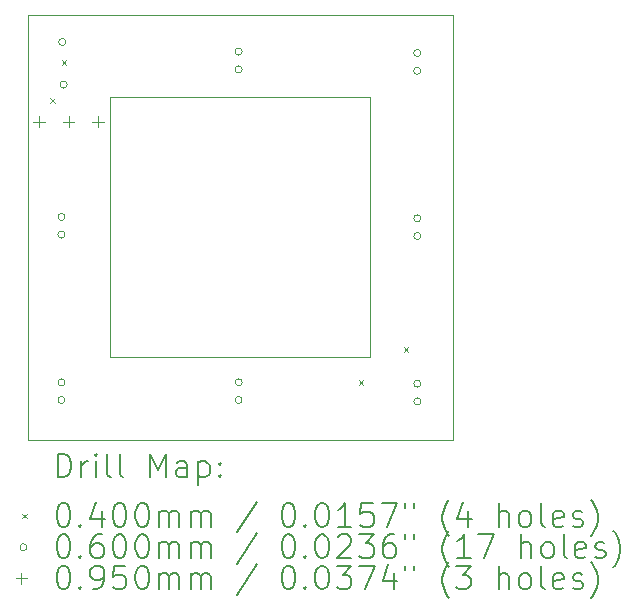
<source format=gbr>
%TF.GenerationSoftware,KiCad,Pcbnew,7.0.9-1.fc39*%
%TF.CreationDate,2023-12-07T10:16:35+00:00*%
%TF.ProjectId,LED PCB V2,4c454420-5043-4422-9056-322e6b696361,rev?*%
%TF.SameCoordinates,Original*%
%TF.FileFunction,Drillmap*%
%TF.FilePolarity,Positive*%
%FSLAX45Y45*%
G04 Gerber Fmt 4.5, Leading zero omitted, Abs format (unit mm)*
G04 Created by KiCad (PCBNEW 7.0.9-1.fc39) date 2023-12-07 10:16:35*
%MOMM*%
%LPD*%
G01*
G04 APERTURE LIST*
%ADD10C,0.100000*%
%ADD11C,0.200000*%
G04 APERTURE END LIST*
D10*
X10400000Y-4800000D02*
X12600000Y-4800000D01*
X12600000Y-7000000D01*
X10400000Y-7000000D01*
X10400000Y-4800000D01*
X9700000Y-4100000D02*
X13300000Y-4100000D01*
X13300000Y-7700000D01*
X9700000Y-7700000D01*
X9700000Y-4100000D01*
D11*
D10*
X9892000Y-4808000D02*
X9932000Y-4848000D01*
X9932000Y-4808000D02*
X9892000Y-4848000D01*
X9989000Y-4488000D02*
X10029000Y-4528000D01*
X10029000Y-4488000D02*
X9989000Y-4528000D01*
X12502200Y-7193600D02*
X12542200Y-7233600D01*
X12542200Y-7193600D02*
X12502200Y-7233600D01*
X12883200Y-6914200D02*
X12923200Y-6954200D01*
X12923200Y-6914200D02*
X12883200Y-6954200D01*
X10016671Y-5962762D02*
G75*
G03*
X10016671Y-5962762I-30000J0D01*
G01*
X10016671Y-7362762D02*
G75*
G03*
X10016671Y-7362762I-30000J0D01*
G01*
X10017500Y-5812500D02*
G75*
G03*
X10017500Y-5812500I-30000J0D01*
G01*
X10017500Y-7212500D02*
G75*
G03*
X10017500Y-7212500I-30000J0D01*
G01*
X10023000Y-4332000D02*
G75*
G03*
X10023000Y-4332000I-30000J0D01*
G01*
X10035000Y-4692000D02*
G75*
G03*
X10035000Y-4692000I-30000J0D01*
G01*
X11516671Y-4562762D02*
G75*
G03*
X11516671Y-4562762I-30000J0D01*
G01*
X11516671Y-7362762D02*
G75*
G03*
X11516671Y-7362762I-30000J0D01*
G01*
X11517500Y-4412500D02*
G75*
G03*
X11517500Y-4412500I-30000J0D01*
G01*
X11517500Y-7212500D02*
G75*
G03*
X11517500Y-7212500I-30000J0D01*
G01*
X13029171Y-4575262D02*
G75*
G03*
X13029171Y-4575262I-30000J0D01*
G01*
X13030000Y-4425000D02*
G75*
G03*
X13030000Y-4425000I-30000J0D01*
G01*
X13030000Y-5825000D02*
G75*
G03*
X13030000Y-5825000I-30000J0D01*
G01*
X13030000Y-5975000D02*
G75*
G03*
X13030000Y-5975000I-30000J0D01*
G01*
X13030000Y-7225000D02*
G75*
G03*
X13030000Y-7225000I-30000J0D01*
G01*
X13030000Y-7225000D02*
G75*
G03*
X13030000Y-7225000I-30000J0D01*
G01*
X13030000Y-7375000D02*
G75*
G03*
X13030000Y-7375000I-30000J0D01*
G01*
X9797000Y-4957500D02*
X9797000Y-5052500D01*
X9749500Y-5005000D02*
X9844500Y-5005000D01*
X10047000Y-4957500D02*
X10047000Y-5052500D01*
X9999500Y-5005000D02*
X10094500Y-5005000D01*
X10297000Y-4957500D02*
X10297000Y-5052500D01*
X10249500Y-5005000D02*
X10344500Y-5005000D01*
D11*
X9955777Y-8016484D02*
X9955777Y-7816484D01*
X9955777Y-7816484D02*
X10003396Y-7816484D01*
X10003396Y-7816484D02*
X10031967Y-7826008D01*
X10031967Y-7826008D02*
X10051015Y-7845055D01*
X10051015Y-7845055D02*
X10060539Y-7864103D01*
X10060539Y-7864103D02*
X10070063Y-7902198D01*
X10070063Y-7902198D02*
X10070063Y-7930769D01*
X10070063Y-7930769D02*
X10060539Y-7968865D01*
X10060539Y-7968865D02*
X10051015Y-7987912D01*
X10051015Y-7987912D02*
X10031967Y-8006960D01*
X10031967Y-8006960D02*
X10003396Y-8016484D01*
X10003396Y-8016484D02*
X9955777Y-8016484D01*
X10155777Y-8016484D02*
X10155777Y-7883150D01*
X10155777Y-7921246D02*
X10165301Y-7902198D01*
X10165301Y-7902198D02*
X10174824Y-7892674D01*
X10174824Y-7892674D02*
X10193872Y-7883150D01*
X10193872Y-7883150D02*
X10212920Y-7883150D01*
X10279586Y-8016484D02*
X10279586Y-7883150D01*
X10279586Y-7816484D02*
X10270063Y-7826008D01*
X10270063Y-7826008D02*
X10279586Y-7835531D01*
X10279586Y-7835531D02*
X10289110Y-7826008D01*
X10289110Y-7826008D02*
X10279586Y-7816484D01*
X10279586Y-7816484D02*
X10279586Y-7835531D01*
X10403396Y-8016484D02*
X10384348Y-8006960D01*
X10384348Y-8006960D02*
X10374824Y-7987912D01*
X10374824Y-7987912D02*
X10374824Y-7816484D01*
X10508158Y-8016484D02*
X10489110Y-8006960D01*
X10489110Y-8006960D02*
X10479586Y-7987912D01*
X10479586Y-7987912D02*
X10479586Y-7816484D01*
X10736729Y-8016484D02*
X10736729Y-7816484D01*
X10736729Y-7816484D02*
X10803396Y-7959341D01*
X10803396Y-7959341D02*
X10870063Y-7816484D01*
X10870063Y-7816484D02*
X10870063Y-8016484D01*
X11051015Y-8016484D02*
X11051015Y-7911722D01*
X11051015Y-7911722D02*
X11041491Y-7892674D01*
X11041491Y-7892674D02*
X11022444Y-7883150D01*
X11022444Y-7883150D02*
X10984348Y-7883150D01*
X10984348Y-7883150D02*
X10965301Y-7892674D01*
X11051015Y-8006960D02*
X11031967Y-8016484D01*
X11031967Y-8016484D02*
X10984348Y-8016484D01*
X10984348Y-8016484D02*
X10965301Y-8006960D01*
X10965301Y-8006960D02*
X10955777Y-7987912D01*
X10955777Y-7987912D02*
X10955777Y-7968865D01*
X10955777Y-7968865D02*
X10965301Y-7949817D01*
X10965301Y-7949817D02*
X10984348Y-7940293D01*
X10984348Y-7940293D02*
X11031967Y-7940293D01*
X11031967Y-7940293D02*
X11051015Y-7930769D01*
X11146253Y-7883150D02*
X11146253Y-8083150D01*
X11146253Y-7892674D02*
X11165301Y-7883150D01*
X11165301Y-7883150D02*
X11203396Y-7883150D01*
X11203396Y-7883150D02*
X11222443Y-7892674D01*
X11222443Y-7892674D02*
X11231967Y-7902198D01*
X11231967Y-7902198D02*
X11241491Y-7921246D01*
X11241491Y-7921246D02*
X11241491Y-7978388D01*
X11241491Y-7978388D02*
X11231967Y-7997436D01*
X11231967Y-7997436D02*
X11222443Y-8006960D01*
X11222443Y-8006960D02*
X11203396Y-8016484D01*
X11203396Y-8016484D02*
X11165301Y-8016484D01*
X11165301Y-8016484D02*
X11146253Y-8006960D01*
X11327205Y-7997436D02*
X11336729Y-8006960D01*
X11336729Y-8006960D02*
X11327205Y-8016484D01*
X11327205Y-8016484D02*
X11317682Y-8006960D01*
X11317682Y-8006960D02*
X11327205Y-7997436D01*
X11327205Y-7997436D02*
X11327205Y-8016484D01*
X11327205Y-7892674D02*
X11336729Y-7902198D01*
X11336729Y-7902198D02*
X11327205Y-7911722D01*
X11327205Y-7911722D02*
X11317682Y-7902198D01*
X11317682Y-7902198D02*
X11327205Y-7892674D01*
X11327205Y-7892674D02*
X11327205Y-7911722D01*
D10*
X9655000Y-8325000D02*
X9695000Y-8365000D01*
X9695000Y-8325000D02*
X9655000Y-8365000D01*
D11*
X9993872Y-8236484D02*
X10012920Y-8236484D01*
X10012920Y-8236484D02*
X10031967Y-8246008D01*
X10031967Y-8246008D02*
X10041491Y-8255531D01*
X10041491Y-8255531D02*
X10051015Y-8274579D01*
X10051015Y-8274579D02*
X10060539Y-8312674D01*
X10060539Y-8312674D02*
X10060539Y-8360293D01*
X10060539Y-8360293D02*
X10051015Y-8398389D01*
X10051015Y-8398389D02*
X10041491Y-8417436D01*
X10041491Y-8417436D02*
X10031967Y-8426960D01*
X10031967Y-8426960D02*
X10012920Y-8436484D01*
X10012920Y-8436484D02*
X9993872Y-8436484D01*
X9993872Y-8436484D02*
X9974824Y-8426960D01*
X9974824Y-8426960D02*
X9965301Y-8417436D01*
X9965301Y-8417436D02*
X9955777Y-8398389D01*
X9955777Y-8398389D02*
X9946253Y-8360293D01*
X9946253Y-8360293D02*
X9946253Y-8312674D01*
X9946253Y-8312674D02*
X9955777Y-8274579D01*
X9955777Y-8274579D02*
X9965301Y-8255531D01*
X9965301Y-8255531D02*
X9974824Y-8246008D01*
X9974824Y-8246008D02*
X9993872Y-8236484D01*
X10146253Y-8417436D02*
X10155777Y-8426960D01*
X10155777Y-8426960D02*
X10146253Y-8436484D01*
X10146253Y-8436484D02*
X10136729Y-8426960D01*
X10136729Y-8426960D02*
X10146253Y-8417436D01*
X10146253Y-8417436D02*
X10146253Y-8436484D01*
X10327205Y-8303150D02*
X10327205Y-8436484D01*
X10279586Y-8226960D02*
X10231967Y-8369817D01*
X10231967Y-8369817D02*
X10355777Y-8369817D01*
X10470063Y-8236484D02*
X10489110Y-8236484D01*
X10489110Y-8236484D02*
X10508158Y-8246008D01*
X10508158Y-8246008D02*
X10517682Y-8255531D01*
X10517682Y-8255531D02*
X10527205Y-8274579D01*
X10527205Y-8274579D02*
X10536729Y-8312674D01*
X10536729Y-8312674D02*
X10536729Y-8360293D01*
X10536729Y-8360293D02*
X10527205Y-8398389D01*
X10527205Y-8398389D02*
X10517682Y-8417436D01*
X10517682Y-8417436D02*
X10508158Y-8426960D01*
X10508158Y-8426960D02*
X10489110Y-8436484D01*
X10489110Y-8436484D02*
X10470063Y-8436484D01*
X10470063Y-8436484D02*
X10451015Y-8426960D01*
X10451015Y-8426960D02*
X10441491Y-8417436D01*
X10441491Y-8417436D02*
X10431967Y-8398389D01*
X10431967Y-8398389D02*
X10422444Y-8360293D01*
X10422444Y-8360293D02*
X10422444Y-8312674D01*
X10422444Y-8312674D02*
X10431967Y-8274579D01*
X10431967Y-8274579D02*
X10441491Y-8255531D01*
X10441491Y-8255531D02*
X10451015Y-8246008D01*
X10451015Y-8246008D02*
X10470063Y-8236484D01*
X10660539Y-8236484D02*
X10679586Y-8236484D01*
X10679586Y-8236484D02*
X10698634Y-8246008D01*
X10698634Y-8246008D02*
X10708158Y-8255531D01*
X10708158Y-8255531D02*
X10717682Y-8274579D01*
X10717682Y-8274579D02*
X10727205Y-8312674D01*
X10727205Y-8312674D02*
X10727205Y-8360293D01*
X10727205Y-8360293D02*
X10717682Y-8398389D01*
X10717682Y-8398389D02*
X10708158Y-8417436D01*
X10708158Y-8417436D02*
X10698634Y-8426960D01*
X10698634Y-8426960D02*
X10679586Y-8436484D01*
X10679586Y-8436484D02*
X10660539Y-8436484D01*
X10660539Y-8436484D02*
X10641491Y-8426960D01*
X10641491Y-8426960D02*
X10631967Y-8417436D01*
X10631967Y-8417436D02*
X10622444Y-8398389D01*
X10622444Y-8398389D02*
X10612920Y-8360293D01*
X10612920Y-8360293D02*
X10612920Y-8312674D01*
X10612920Y-8312674D02*
X10622444Y-8274579D01*
X10622444Y-8274579D02*
X10631967Y-8255531D01*
X10631967Y-8255531D02*
X10641491Y-8246008D01*
X10641491Y-8246008D02*
X10660539Y-8236484D01*
X10812920Y-8436484D02*
X10812920Y-8303150D01*
X10812920Y-8322198D02*
X10822444Y-8312674D01*
X10822444Y-8312674D02*
X10841491Y-8303150D01*
X10841491Y-8303150D02*
X10870063Y-8303150D01*
X10870063Y-8303150D02*
X10889110Y-8312674D01*
X10889110Y-8312674D02*
X10898634Y-8331722D01*
X10898634Y-8331722D02*
X10898634Y-8436484D01*
X10898634Y-8331722D02*
X10908158Y-8312674D01*
X10908158Y-8312674D02*
X10927205Y-8303150D01*
X10927205Y-8303150D02*
X10955777Y-8303150D01*
X10955777Y-8303150D02*
X10974825Y-8312674D01*
X10974825Y-8312674D02*
X10984348Y-8331722D01*
X10984348Y-8331722D02*
X10984348Y-8436484D01*
X11079586Y-8436484D02*
X11079586Y-8303150D01*
X11079586Y-8322198D02*
X11089110Y-8312674D01*
X11089110Y-8312674D02*
X11108158Y-8303150D01*
X11108158Y-8303150D02*
X11136729Y-8303150D01*
X11136729Y-8303150D02*
X11155777Y-8312674D01*
X11155777Y-8312674D02*
X11165301Y-8331722D01*
X11165301Y-8331722D02*
X11165301Y-8436484D01*
X11165301Y-8331722D02*
X11174825Y-8312674D01*
X11174825Y-8312674D02*
X11193872Y-8303150D01*
X11193872Y-8303150D02*
X11222443Y-8303150D01*
X11222443Y-8303150D02*
X11241491Y-8312674D01*
X11241491Y-8312674D02*
X11251015Y-8331722D01*
X11251015Y-8331722D02*
X11251015Y-8436484D01*
X11641491Y-8226960D02*
X11470063Y-8484103D01*
X11898634Y-8236484D02*
X11917682Y-8236484D01*
X11917682Y-8236484D02*
X11936729Y-8246008D01*
X11936729Y-8246008D02*
X11946253Y-8255531D01*
X11946253Y-8255531D02*
X11955777Y-8274579D01*
X11955777Y-8274579D02*
X11965301Y-8312674D01*
X11965301Y-8312674D02*
X11965301Y-8360293D01*
X11965301Y-8360293D02*
X11955777Y-8398389D01*
X11955777Y-8398389D02*
X11946253Y-8417436D01*
X11946253Y-8417436D02*
X11936729Y-8426960D01*
X11936729Y-8426960D02*
X11917682Y-8436484D01*
X11917682Y-8436484D02*
X11898634Y-8436484D01*
X11898634Y-8436484D02*
X11879586Y-8426960D01*
X11879586Y-8426960D02*
X11870063Y-8417436D01*
X11870063Y-8417436D02*
X11860539Y-8398389D01*
X11860539Y-8398389D02*
X11851015Y-8360293D01*
X11851015Y-8360293D02*
X11851015Y-8312674D01*
X11851015Y-8312674D02*
X11860539Y-8274579D01*
X11860539Y-8274579D02*
X11870063Y-8255531D01*
X11870063Y-8255531D02*
X11879586Y-8246008D01*
X11879586Y-8246008D02*
X11898634Y-8236484D01*
X12051015Y-8417436D02*
X12060539Y-8426960D01*
X12060539Y-8426960D02*
X12051015Y-8436484D01*
X12051015Y-8436484D02*
X12041491Y-8426960D01*
X12041491Y-8426960D02*
X12051015Y-8417436D01*
X12051015Y-8417436D02*
X12051015Y-8436484D01*
X12184348Y-8236484D02*
X12203396Y-8236484D01*
X12203396Y-8236484D02*
X12222444Y-8246008D01*
X12222444Y-8246008D02*
X12231967Y-8255531D01*
X12231967Y-8255531D02*
X12241491Y-8274579D01*
X12241491Y-8274579D02*
X12251015Y-8312674D01*
X12251015Y-8312674D02*
X12251015Y-8360293D01*
X12251015Y-8360293D02*
X12241491Y-8398389D01*
X12241491Y-8398389D02*
X12231967Y-8417436D01*
X12231967Y-8417436D02*
X12222444Y-8426960D01*
X12222444Y-8426960D02*
X12203396Y-8436484D01*
X12203396Y-8436484D02*
X12184348Y-8436484D01*
X12184348Y-8436484D02*
X12165301Y-8426960D01*
X12165301Y-8426960D02*
X12155777Y-8417436D01*
X12155777Y-8417436D02*
X12146253Y-8398389D01*
X12146253Y-8398389D02*
X12136729Y-8360293D01*
X12136729Y-8360293D02*
X12136729Y-8312674D01*
X12136729Y-8312674D02*
X12146253Y-8274579D01*
X12146253Y-8274579D02*
X12155777Y-8255531D01*
X12155777Y-8255531D02*
X12165301Y-8246008D01*
X12165301Y-8246008D02*
X12184348Y-8236484D01*
X12441491Y-8436484D02*
X12327206Y-8436484D01*
X12384348Y-8436484D02*
X12384348Y-8236484D01*
X12384348Y-8236484D02*
X12365301Y-8265055D01*
X12365301Y-8265055D02*
X12346253Y-8284103D01*
X12346253Y-8284103D02*
X12327206Y-8293627D01*
X12622444Y-8236484D02*
X12527206Y-8236484D01*
X12527206Y-8236484D02*
X12517682Y-8331722D01*
X12517682Y-8331722D02*
X12527206Y-8322198D01*
X12527206Y-8322198D02*
X12546253Y-8312674D01*
X12546253Y-8312674D02*
X12593872Y-8312674D01*
X12593872Y-8312674D02*
X12612920Y-8322198D01*
X12612920Y-8322198D02*
X12622444Y-8331722D01*
X12622444Y-8331722D02*
X12631967Y-8350769D01*
X12631967Y-8350769D02*
X12631967Y-8398389D01*
X12631967Y-8398389D02*
X12622444Y-8417436D01*
X12622444Y-8417436D02*
X12612920Y-8426960D01*
X12612920Y-8426960D02*
X12593872Y-8436484D01*
X12593872Y-8436484D02*
X12546253Y-8436484D01*
X12546253Y-8436484D02*
X12527206Y-8426960D01*
X12527206Y-8426960D02*
X12517682Y-8417436D01*
X12698634Y-8236484D02*
X12831967Y-8236484D01*
X12831967Y-8236484D02*
X12746253Y-8436484D01*
X12898634Y-8236484D02*
X12898634Y-8274579D01*
X12974825Y-8236484D02*
X12974825Y-8274579D01*
X13270063Y-8512674D02*
X13260539Y-8503150D01*
X13260539Y-8503150D02*
X13241491Y-8474579D01*
X13241491Y-8474579D02*
X13231968Y-8455531D01*
X13231968Y-8455531D02*
X13222444Y-8426960D01*
X13222444Y-8426960D02*
X13212920Y-8379341D01*
X13212920Y-8379341D02*
X13212920Y-8341246D01*
X13212920Y-8341246D02*
X13222444Y-8293627D01*
X13222444Y-8293627D02*
X13231968Y-8265055D01*
X13231968Y-8265055D02*
X13241491Y-8246008D01*
X13241491Y-8246008D02*
X13260539Y-8217436D01*
X13260539Y-8217436D02*
X13270063Y-8207912D01*
X13431968Y-8303150D02*
X13431968Y-8436484D01*
X13384348Y-8226960D02*
X13336729Y-8369817D01*
X13336729Y-8369817D02*
X13460539Y-8369817D01*
X13689110Y-8436484D02*
X13689110Y-8236484D01*
X13774825Y-8436484D02*
X13774825Y-8331722D01*
X13774825Y-8331722D02*
X13765301Y-8312674D01*
X13765301Y-8312674D02*
X13746253Y-8303150D01*
X13746253Y-8303150D02*
X13717682Y-8303150D01*
X13717682Y-8303150D02*
X13698634Y-8312674D01*
X13698634Y-8312674D02*
X13689110Y-8322198D01*
X13898634Y-8436484D02*
X13879587Y-8426960D01*
X13879587Y-8426960D02*
X13870063Y-8417436D01*
X13870063Y-8417436D02*
X13860539Y-8398389D01*
X13860539Y-8398389D02*
X13860539Y-8341246D01*
X13860539Y-8341246D02*
X13870063Y-8322198D01*
X13870063Y-8322198D02*
X13879587Y-8312674D01*
X13879587Y-8312674D02*
X13898634Y-8303150D01*
X13898634Y-8303150D02*
X13927206Y-8303150D01*
X13927206Y-8303150D02*
X13946253Y-8312674D01*
X13946253Y-8312674D02*
X13955777Y-8322198D01*
X13955777Y-8322198D02*
X13965301Y-8341246D01*
X13965301Y-8341246D02*
X13965301Y-8398389D01*
X13965301Y-8398389D02*
X13955777Y-8417436D01*
X13955777Y-8417436D02*
X13946253Y-8426960D01*
X13946253Y-8426960D02*
X13927206Y-8436484D01*
X13927206Y-8436484D02*
X13898634Y-8436484D01*
X14079587Y-8436484D02*
X14060539Y-8426960D01*
X14060539Y-8426960D02*
X14051015Y-8407912D01*
X14051015Y-8407912D02*
X14051015Y-8236484D01*
X14231968Y-8426960D02*
X14212920Y-8436484D01*
X14212920Y-8436484D02*
X14174825Y-8436484D01*
X14174825Y-8436484D02*
X14155777Y-8426960D01*
X14155777Y-8426960D02*
X14146253Y-8407912D01*
X14146253Y-8407912D02*
X14146253Y-8331722D01*
X14146253Y-8331722D02*
X14155777Y-8312674D01*
X14155777Y-8312674D02*
X14174825Y-8303150D01*
X14174825Y-8303150D02*
X14212920Y-8303150D01*
X14212920Y-8303150D02*
X14231968Y-8312674D01*
X14231968Y-8312674D02*
X14241491Y-8331722D01*
X14241491Y-8331722D02*
X14241491Y-8350769D01*
X14241491Y-8350769D02*
X14146253Y-8369817D01*
X14317682Y-8426960D02*
X14336730Y-8436484D01*
X14336730Y-8436484D02*
X14374825Y-8436484D01*
X14374825Y-8436484D02*
X14393872Y-8426960D01*
X14393872Y-8426960D02*
X14403396Y-8407912D01*
X14403396Y-8407912D02*
X14403396Y-8398389D01*
X14403396Y-8398389D02*
X14393872Y-8379341D01*
X14393872Y-8379341D02*
X14374825Y-8369817D01*
X14374825Y-8369817D02*
X14346253Y-8369817D01*
X14346253Y-8369817D02*
X14327206Y-8360293D01*
X14327206Y-8360293D02*
X14317682Y-8341246D01*
X14317682Y-8341246D02*
X14317682Y-8331722D01*
X14317682Y-8331722D02*
X14327206Y-8312674D01*
X14327206Y-8312674D02*
X14346253Y-8303150D01*
X14346253Y-8303150D02*
X14374825Y-8303150D01*
X14374825Y-8303150D02*
X14393872Y-8312674D01*
X14470063Y-8512674D02*
X14479587Y-8503150D01*
X14479587Y-8503150D02*
X14498634Y-8474579D01*
X14498634Y-8474579D02*
X14508158Y-8455531D01*
X14508158Y-8455531D02*
X14517682Y-8426960D01*
X14517682Y-8426960D02*
X14527206Y-8379341D01*
X14527206Y-8379341D02*
X14527206Y-8341246D01*
X14527206Y-8341246D02*
X14517682Y-8293627D01*
X14517682Y-8293627D02*
X14508158Y-8265055D01*
X14508158Y-8265055D02*
X14498634Y-8246008D01*
X14498634Y-8246008D02*
X14479587Y-8217436D01*
X14479587Y-8217436D02*
X14470063Y-8207912D01*
D10*
X9695000Y-8609000D02*
G75*
G03*
X9695000Y-8609000I-30000J0D01*
G01*
D11*
X9993872Y-8500484D02*
X10012920Y-8500484D01*
X10012920Y-8500484D02*
X10031967Y-8510008D01*
X10031967Y-8510008D02*
X10041491Y-8519531D01*
X10041491Y-8519531D02*
X10051015Y-8538579D01*
X10051015Y-8538579D02*
X10060539Y-8576674D01*
X10060539Y-8576674D02*
X10060539Y-8624293D01*
X10060539Y-8624293D02*
X10051015Y-8662389D01*
X10051015Y-8662389D02*
X10041491Y-8681436D01*
X10041491Y-8681436D02*
X10031967Y-8690960D01*
X10031967Y-8690960D02*
X10012920Y-8700484D01*
X10012920Y-8700484D02*
X9993872Y-8700484D01*
X9993872Y-8700484D02*
X9974824Y-8690960D01*
X9974824Y-8690960D02*
X9965301Y-8681436D01*
X9965301Y-8681436D02*
X9955777Y-8662389D01*
X9955777Y-8662389D02*
X9946253Y-8624293D01*
X9946253Y-8624293D02*
X9946253Y-8576674D01*
X9946253Y-8576674D02*
X9955777Y-8538579D01*
X9955777Y-8538579D02*
X9965301Y-8519531D01*
X9965301Y-8519531D02*
X9974824Y-8510008D01*
X9974824Y-8510008D02*
X9993872Y-8500484D01*
X10146253Y-8681436D02*
X10155777Y-8690960D01*
X10155777Y-8690960D02*
X10146253Y-8700484D01*
X10146253Y-8700484D02*
X10136729Y-8690960D01*
X10136729Y-8690960D02*
X10146253Y-8681436D01*
X10146253Y-8681436D02*
X10146253Y-8700484D01*
X10327205Y-8500484D02*
X10289110Y-8500484D01*
X10289110Y-8500484D02*
X10270063Y-8510008D01*
X10270063Y-8510008D02*
X10260539Y-8519531D01*
X10260539Y-8519531D02*
X10241491Y-8548103D01*
X10241491Y-8548103D02*
X10231967Y-8586198D01*
X10231967Y-8586198D02*
X10231967Y-8662389D01*
X10231967Y-8662389D02*
X10241491Y-8681436D01*
X10241491Y-8681436D02*
X10251015Y-8690960D01*
X10251015Y-8690960D02*
X10270063Y-8700484D01*
X10270063Y-8700484D02*
X10308158Y-8700484D01*
X10308158Y-8700484D02*
X10327205Y-8690960D01*
X10327205Y-8690960D02*
X10336729Y-8681436D01*
X10336729Y-8681436D02*
X10346253Y-8662389D01*
X10346253Y-8662389D02*
X10346253Y-8614770D01*
X10346253Y-8614770D02*
X10336729Y-8595722D01*
X10336729Y-8595722D02*
X10327205Y-8586198D01*
X10327205Y-8586198D02*
X10308158Y-8576674D01*
X10308158Y-8576674D02*
X10270063Y-8576674D01*
X10270063Y-8576674D02*
X10251015Y-8586198D01*
X10251015Y-8586198D02*
X10241491Y-8595722D01*
X10241491Y-8595722D02*
X10231967Y-8614770D01*
X10470063Y-8500484D02*
X10489110Y-8500484D01*
X10489110Y-8500484D02*
X10508158Y-8510008D01*
X10508158Y-8510008D02*
X10517682Y-8519531D01*
X10517682Y-8519531D02*
X10527205Y-8538579D01*
X10527205Y-8538579D02*
X10536729Y-8576674D01*
X10536729Y-8576674D02*
X10536729Y-8624293D01*
X10536729Y-8624293D02*
X10527205Y-8662389D01*
X10527205Y-8662389D02*
X10517682Y-8681436D01*
X10517682Y-8681436D02*
X10508158Y-8690960D01*
X10508158Y-8690960D02*
X10489110Y-8700484D01*
X10489110Y-8700484D02*
X10470063Y-8700484D01*
X10470063Y-8700484D02*
X10451015Y-8690960D01*
X10451015Y-8690960D02*
X10441491Y-8681436D01*
X10441491Y-8681436D02*
X10431967Y-8662389D01*
X10431967Y-8662389D02*
X10422444Y-8624293D01*
X10422444Y-8624293D02*
X10422444Y-8576674D01*
X10422444Y-8576674D02*
X10431967Y-8538579D01*
X10431967Y-8538579D02*
X10441491Y-8519531D01*
X10441491Y-8519531D02*
X10451015Y-8510008D01*
X10451015Y-8510008D02*
X10470063Y-8500484D01*
X10660539Y-8500484D02*
X10679586Y-8500484D01*
X10679586Y-8500484D02*
X10698634Y-8510008D01*
X10698634Y-8510008D02*
X10708158Y-8519531D01*
X10708158Y-8519531D02*
X10717682Y-8538579D01*
X10717682Y-8538579D02*
X10727205Y-8576674D01*
X10727205Y-8576674D02*
X10727205Y-8624293D01*
X10727205Y-8624293D02*
X10717682Y-8662389D01*
X10717682Y-8662389D02*
X10708158Y-8681436D01*
X10708158Y-8681436D02*
X10698634Y-8690960D01*
X10698634Y-8690960D02*
X10679586Y-8700484D01*
X10679586Y-8700484D02*
X10660539Y-8700484D01*
X10660539Y-8700484D02*
X10641491Y-8690960D01*
X10641491Y-8690960D02*
X10631967Y-8681436D01*
X10631967Y-8681436D02*
X10622444Y-8662389D01*
X10622444Y-8662389D02*
X10612920Y-8624293D01*
X10612920Y-8624293D02*
X10612920Y-8576674D01*
X10612920Y-8576674D02*
X10622444Y-8538579D01*
X10622444Y-8538579D02*
X10631967Y-8519531D01*
X10631967Y-8519531D02*
X10641491Y-8510008D01*
X10641491Y-8510008D02*
X10660539Y-8500484D01*
X10812920Y-8700484D02*
X10812920Y-8567150D01*
X10812920Y-8586198D02*
X10822444Y-8576674D01*
X10822444Y-8576674D02*
X10841491Y-8567150D01*
X10841491Y-8567150D02*
X10870063Y-8567150D01*
X10870063Y-8567150D02*
X10889110Y-8576674D01*
X10889110Y-8576674D02*
X10898634Y-8595722D01*
X10898634Y-8595722D02*
X10898634Y-8700484D01*
X10898634Y-8595722D02*
X10908158Y-8576674D01*
X10908158Y-8576674D02*
X10927205Y-8567150D01*
X10927205Y-8567150D02*
X10955777Y-8567150D01*
X10955777Y-8567150D02*
X10974825Y-8576674D01*
X10974825Y-8576674D02*
X10984348Y-8595722D01*
X10984348Y-8595722D02*
X10984348Y-8700484D01*
X11079586Y-8700484D02*
X11079586Y-8567150D01*
X11079586Y-8586198D02*
X11089110Y-8576674D01*
X11089110Y-8576674D02*
X11108158Y-8567150D01*
X11108158Y-8567150D02*
X11136729Y-8567150D01*
X11136729Y-8567150D02*
X11155777Y-8576674D01*
X11155777Y-8576674D02*
X11165301Y-8595722D01*
X11165301Y-8595722D02*
X11165301Y-8700484D01*
X11165301Y-8595722D02*
X11174825Y-8576674D01*
X11174825Y-8576674D02*
X11193872Y-8567150D01*
X11193872Y-8567150D02*
X11222443Y-8567150D01*
X11222443Y-8567150D02*
X11241491Y-8576674D01*
X11241491Y-8576674D02*
X11251015Y-8595722D01*
X11251015Y-8595722D02*
X11251015Y-8700484D01*
X11641491Y-8490960D02*
X11470063Y-8748103D01*
X11898634Y-8500484D02*
X11917682Y-8500484D01*
X11917682Y-8500484D02*
X11936729Y-8510008D01*
X11936729Y-8510008D02*
X11946253Y-8519531D01*
X11946253Y-8519531D02*
X11955777Y-8538579D01*
X11955777Y-8538579D02*
X11965301Y-8576674D01*
X11965301Y-8576674D02*
X11965301Y-8624293D01*
X11965301Y-8624293D02*
X11955777Y-8662389D01*
X11955777Y-8662389D02*
X11946253Y-8681436D01*
X11946253Y-8681436D02*
X11936729Y-8690960D01*
X11936729Y-8690960D02*
X11917682Y-8700484D01*
X11917682Y-8700484D02*
X11898634Y-8700484D01*
X11898634Y-8700484D02*
X11879586Y-8690960D01*
X11879586Y-8690960D02*
X11870063Y-8681436D01*
X11870063Y-8681436D02*
X11860539Y-8662389D01*
X11860539Y-8662389D02*
X11851015Y-8624293D01*
X11851015Y-8624293D02*
X11851015Y-8576674D01*
X11851015Y-8576674D02*
X11860539Y-8538579D01*
X11860539Y-8538579D02*
X11870063Y-8519531D01*
X11870063Y-8519531D02*
X11879586Y-8510008D01*
X11879586Y-8510008D02*
X11898634Y-8500484D01*
X12051015Y-8681436D02*
X12060539Y-8690960D01*
X12060539Y-8690960D02*
X12051015Y-8700484D01*
X12051015Y-8700484D02*
X12041491Y-8690960D01*
X12041491Y-8690960D02*
X12051015Y-8681436D01*
X12051015Y-8681436D02*
X12051015Y-8700484D01*
X12184348Y-8500484D02*
X12203396Y-8500484D01*
X12203396Y-8500484D02*
X12222444Y-8510008D01*
X12222444Y-8510008D02*
X12231967Y-8519531D01*
X12231967Y-8519531D02*
X12241491Y-8538579D01*
X12241491Y-8538579D02*
X12251015Y-8576674D01*
X12251015Y-8576674D02*
X12251015Y-8624293D01*
X12251015Y-8624293D02*
X12241491Y-8662389D01*
X12241491Y-8662389D02*
X12231967Y-8681436D01*
X12231967Y-8681436D02*
X12222444Y-8690960D01*
X12222444Y-8690960D02*
X12203396Y-8700484D01*
X12203396Y-8700484D02*
X12184348Y-8700484D01*
X12184348Y-8700484D02*
X12165301Y-8690960D01*
X12165301Y-8690960D02*
X12155777Y-8681436D01*
X12155777Y-8681436D02*
X12146253Y-8662389D01*
X12146253Y-8662389D02*
X12136729Y-8624293D01*
X12136729Y-8624293D02*
X12136729Y-8576674D01*
X12136729Y-8576674D02*
X12146253Y-8538579D01*
X12146253Y-8538579D02*
X12155777Y-8519531D01*
X12155777Y-8519531D02*
X12165301Y-8510008D01*
X12165301Y-8510008D02*
X12184348Y-8500484D01*
X12327206Y-8519531D02*
X12336729Y-8510008D01*
X12336729Y-8510008D02*
X12355777Y-8500484D01*
X12355777Y-8500484D02*
X12403396Y-8500484D01*
X12403396Y-8500484D02*
X12422444Y-8510008D01*
X12422444Y-8510008D02*
X12431967Y-8519531D01*
X12431967Y-8519531D02*
X12441491Y-8538579D01*
X12441491Y-8538579D02*
X12441491Y-8557627D01*
X12441491Y-8557627D02*
X12431967Y-8586198D01*
X12431967Y-8586198D02*
X12317682Y-8700484D01*
X12317682Y-8700484D02*
X12441491Y-8700484D01*
X12508158Y-8500484D02*
X12631967Y-8500484D01*
X12631967Y-8500484D02*
X12565301Y-8576674D01*
X12565301Y-8576674D02*
X12593872Y-8576674D01*
X12593872Y-8576674D02*
X12612920Y-8586198D01*
X12612920Y-8586198D02*
X12622444Y-8595722D01*
X12622444Y-8595722D02*
X12631967Y-8614770D01*
X12631967Y-8614770D02*
X12631967Y-8662389D01*
X12631967Y-8662389D02*
X12622444Y-8681436D01*
X12622444Y-8681436D02*
X12612920Y-8690960D01*
X12612920Y-8690960D02*
X12593872Y-8700484D01*
X12593872Y-8700484D02*
X12536729Y-8700484D01*
X12536729Y-8700484D02*
X12517682Y-8690960D01*
X12517682Y-8690960D02*
X12508158Y-8681436D01*
X12803396Y-8500484D02*
X12765301Y-8500484D01*
X12765301Y-8500484D02*
X12746253Y-8510008D01*
X12746253Y-8510008D02*
X12736729Y-8519531D01*
X12736729Y-8519531D02*
X12717682Y-8548103D01*
X12717682Y-8548103D02*
X12708158Y-8586198D01*
X12708158Y-8586198D02*
X12708158Y-8662389D01*
X12708158Y-8662389D02*
X12717682Y-8681436D01*
X12717682Y-8681436D02*
X12727206Y-8690960D01*
X12727206Y-8690960D02*
X12746253Y-8700484D01*
X12746253Y-8700484D02*
X12784348Y-8700484D01*
X12784348Y-8700484D02*
X12803396Y-8690960D01*
X12803396Y-8690960D02*
X12812920Y-8681436D01*
X12812920Y-8681436D02*
X12822444Y-8662389D01*
X12822444Y-8662389D02*
X12822444Y-8614770D01*
X12822444Y-8614770D02*
X12812920Y-8595722D01*
X12812920Y-8595722D02*
X12803396Y-8586198D01*
X12803396Y-8586198D02*
X12784348Y-8576674D01*
X12784348Y-8576674D02*
X12746253Y-8576674D01*
X12746253Y-8576674D02*
X12727206Y-8586198D01*
X12727206Y-8586198D02*
X12717682Y-8595722D01*
X12717682Y-8595722D02*
X12708158Y-8614770D01*
X12898634Y-8500484D02*
X12898634Y-8538579D01*
X12974825Y-8500484D02*
X12974825Y-8538579D01*
X13270063Y-8776674D02*
X13260539Y-8767150D01*
X13260539Y-8767150D02*
X13241491Y-8738579D01*
X13241491Y-8738579D02*
X13231968Y-8719531D01*
X13231968Y-8719531D02*
X13222444Y-8690960D01*
X13222444Y-8690960D02*
X13212920Y-8643341D01*
X13212920Y-8643341D02*
X13212920Y-8605246D01*
X13212920Y-8605246D02*
X13222444Y-8557627D01*
X13222444Y-8557627D02*
X13231968Y-8529055D01*
X13231968Y-8529055D02*
X13241491Y-8510008D01*
X13241491Y-8510008D02*
X13260539Y-8481436D01*
X13260539Y-8481436D02*
X13270063Y-8471912D01*
X13451015Y-8700484D02*
X13336729Y-8700484D01*
X13393872Y-8700484D02*
X13393872Y-8500484D01*
X13393872Y-8500484D02*
X13374825Y-8529055D01*
X13374825Y-8529055D02*
X13355777Y-8548103D01*
X13355777Y-8548103D02*
X13336729Y-8557627D01*
X13517682Y-8500484D02*
X13651015Y-8500484D01*
X13651015Y-8500484D02*
X13565301Y-8700484D01*
X13879587Y-8700484D02*
X13879587Y-8500484D01*
X13965301Y-8700484D02*
X13965301Y-8595722D01*
X13965301Y-8595722D02*
X13955777Y-8576674D01*
X13955777Y-8576674D02*
X13936730Y-8567150D01*
X13936730Y-8567150D02*
X13908158Y-8567150D01*
X13908158Y-8567150D02*
X13889110Y-8576674D01*
X13889110Y-8576674D02*
X13879587Y-8586198D01*
X14089110Y-8700484D02*
X14070063Y-8690960D01*
X14070063Y-8690960D02*
X14060539Y-8681436D01*
X14060539Y-8681436D02*
X14051015Y-8662389D01*
X14051015Y-8662389D02*
X14051015Y-8605246D01*
X14051015Y-8605246D02*
X14060539Y-8586198D01*
X14060539Y-8586198D02*
X14070063Y-8576674D01*
X14070063Y-8576674D02*
X14089110Y-8567150D01*
X14089110Y-8567150D02*
X14117682Y-8567150D01*
X14117682Y-8567150D02*
X14136730Y-8576674D01*
X14136730Y-8576674D02*
X14146253Y-8586198D01*
X14146253Y-8586198D02*
X14155777Y-8605246D01*
X14155777Y-8605246D02*
X14155777Y-8662389D01*
X14155777Y-8662389D02*
X14146253Y-8681436D01*
X14146253Y-8681436D02*
X14136730Y-8690960D01*
X14136730Y-8690960D02*
X14117682Y-8700484D01*
X14117682Y-8700484D02*
X14089110Y-8700484D01*
X14270063Y-8700484D02*
X14251015Y-8690960D01*
X14251015Y-8690960D02*
X14241491Y-8671912D01*
X14241491Y-8671912D02*
X14241491Y-8500484D01*
X14422444Y-8690960D02*
X14403396Y-8700484D01*
X14403396Y-8700484D02*
X14365301Y-8700484D01*
X14365301Y-8700484D02*
X14346253Y-8690960D01*
X14346253Y-8690960D02*
X14336730Y-8671912D01*
X14336730Y-8671912D02*
X14336730Y-8595722D01*
X14336730Y-8595722D02*
X14346253Y-8576674D01*
X14346253Y-8576674D02*
X14365301Y-8567150D01*
X14365301Y-8567150D02*
X14403396Y-8567150D01*
X14403396Y-8567150D02*
X14422444Y-8576674D01*
X14422444Y-8576674D02*
X14431968Y-8595722D01*
X14431968Y-8595722D02*
X14431968Y-8614770D01*
X14431968Y-8614770D02*
X14336730Y-8633817D01*
X14508158Y-8690960D02*
X14527206Y-8700484D01*
X14527206Y-8700484D02*
X14565301Y-8700484D01*
X14565301Y-8700484D02*
X14584349Y-8690960D01*
X14584349Y-8690960D02*
X14593872Y-8671912D01*
X14593872Y-8671912D02*
X14593872Y-8662389D01*
X14593872Y-8662389D02*
X14584349Y-8643341D01*
X14584349Y-8643341D02*
X14565301Y-8633817D01*
X14565301Y-8633817D02*
X14536730Y-8633817D01*
X14536730Y-8633817D02*
X14517682Y-8624293D01*
X14517682Y-8624293D02*
X14508158Y-8605246D01*
X14508158Y-8605246D02*
X14508158Y-8595722D01*
X14508158Y-8595722D02*
X14517682Y-8576674D01*
X14517682Y-8576674D02*
X14536730Y-8567150D01*
X14536730Y-8567150D02*
X14565301Y-8567150D01*
X14565301Y-8567150D02*
X14584349Y-8576674D01*
X14660539Y-8776674D02*
X14670063Y-8767150D01*
X14670063Y-8767150D02*
X14689111Y-8738579D01*
X14689111Y-8738579D02*
X14698634Y-8719531D01*
X14698634Y-8719531D02*
X14708158Y-8690960D01*
X14708158Y-8690960D02*
X14717682Y-8643341D01*
X14717682Y-8643341D02*
X14717682Y-8605246D01*
X14717682Y-8605246D02*
X14708158Y-8557627D01*
X14708158Y-8557627D02*
X14698634Y-8529055D01*
X14698634Y-8529055D02*
X14689111Y-8510008D01*
X14689111Y-8510008D02*
X14670063Y-8481436D01*
X14670063Y-8481436D02*
X14660539Y-8471912D01*
D10*
X9647500Y-8825500D02*
X9647500Y-8920500D01*
X9600000Y-8873000D02*
X9695000Y-8873000D01*
D11*
X9993872Y-8764484D02*
X10012920Y-8764484D01*
X10012920Y-8764484D02*
X10031967Y-8774008D01*
X10031967Y-8774008D02*
X10041491Y-8783531D01*
X10041491Y-8783531D02*
X10051015Y-8802579D01*
X10051015Y-8802579D02*
X10060539Y-8840674D01*
X10060539Y-8840674D02*
X10060539Y-8888293D01*
X10060539Y-8888293D02*
X10051015Y-8926389D01*
X10051015Y-8926389D02*
X10041491Y-8945436D01*
X10041491Y-8945436D02*
X10031967Y-8954960D01*
X10031967Y-8954960D02*
X10012920Y-8964484D01*
X10012920Y-8964484D02*
X9993872Y-8964484D01*
X9993872Y-8964484D02*
X9974824Y-8954960D01*
X9974824Y-8954960D02*
X9965301Y-8945436D01*
X9965301Y-8945436D02*
X9955777Y-8926389D01*
X9955777Y-8926389D02*
X9946253Y-8888293D01*
X9946253Y-8888293D02*
X9946253Y-8840674D01*
X9946253Y-8840674D02*
X9955777Y-8802579D01*
X9955777Y-8802579D02*
X9965301Y-8783531D01*
X9965301Y-8783531D02*
X9974824Y-8774008D01*
X9974824Y-8774008D02*
X9993872Y-8764484D01*
X10146253Y-8945436D02*
X10155777Y-8954960D01*
X10155777Y-8954960D02*
X10146253Y-8964484D01*
X10146253Y-8964484D02*
X10136729Y-8954960D01*
X10136729Y-8954960D02*
X10146253Y-8945436D01*
X10146253Y-8945436D02*
X10146253Y-8964484D01*
X10251015Y-8964484D02*
X10289110Y-8964484D01*
X10289110Y-8964484D02*
X10308158Y-8954960D01*
X10308158Y-8954960D02*
X10317682Y-8945436D01*
X10317682Y-8945436D02*
X10336729Y-8916865D01*
X10336729Y-8916865D02*
X10346253Y-8878770D01*
X10346253Y-8878770D02*
X10346253Y-8802579D01*
X10346253Y-8802579D02*
X10336729Y-8783531D01*
X10336729Y-8783531D02*
X10327205Y-8774008D01*
X10327205Y-8774008D02*
X10308158Y-8764484D01*
X10308158Y-8764484D02*
X10270063Y-8764484D01*
X10270063Y-8764484D02*
X10251015Y-8774008D01*
X10251015Y-8774008D02*
X10241491Y-8783531D01*
X10241491Y-8783531D02*
X10231967Y-8802579D01*
X10231967Y-8802579D02*
X10231967Y-8850198D01*
X10231967Y-8850198D02*
X10241491Y-8869246D01*
X10241491Y-8869246D02*
X10251015Y-8878770D01*
X10251015Y-8878770D02*
X10270063Y-8888293D01*
X10270063Y-8888293D02*
X10308158Y-8888293D01*
X10308158Y-8888293D02*
X10327205Y-8878770D01*
X10327205Y-8878770D02*
X10336729Y-8869246D01*
X10336729Y-8869246D02*
X10346253Y-8850198D01*
X10527205Y-8764484D02*
X10431967Y-8764484D01*
X10431967Y-8764484D02*
X10422444Y-8859722D01*
X10422444Y-8859722D02*
X10431967Y-8850198D01*
X10431967Y-8850198D02*
X10451015Y-8840674D01*
X10451015Y-8840674D02*
X10498634Y-8840674D01*
X10498634Y-8840674D02*
X10517682Y-8850198D01*
X10517682Y-8850198D02*
X10527205Y-8859722D01*
X10527205Y-8859722D02*
X10536729Y-8878770D01*
X10536729Y-8878770D02*
X10536729Y-8926389D01*
X10536729Y-8926389D02*
X10527205Y-8945436D01*
X10527205Y-8945436D02*
X10517682Y-8954960D01*
X10517682Y-8954960D02*
X10498634Y-8964484D01*
X10498634Y-8964484D02*
X10451015Y-8964484D01*
X10451015Y-8964484D02*
X10431967Y-8954960D01*
X10431967Y-8954960D02*
X10422444Y-8945436D01*
X10660539Y-8764484D02*
X10679586Y-8764484D01*
X10679586Y-8764484D02*
X10698634Y-8774008D01*
X10698634Y-8774008D02*
X10708158Y-8783531D01*
X10708158Y-8783531D02*
X10717682Y-8802579D01*
X10717682Y-8802579D02*
X10727205Y-8840674D01*
X10727205Y-8840674D02*
X10727205Y-8888293D01*
X10727205Y-8888293D02*
X10717682Y-8926389D01*
X10717682Y-8926389D02*
X10708158Y-8945436D01*
X10708158Y-8945436D02*
X10698634Y-8954960D01*
X10698634Y-8954960D02*
X10679586Y-8964484D01*
X10679586Y-8964484D02*
X10660539Y-8964484D01*
X10660539Y-8964484D02*
X10641491Y-8954960D01*
X10641491Y-8954960D02*
X10631967Y-8945436D01*
X10631967Y-8945436D02*
X10622444Y-8926389D01*
X10622444Y-8926389D02*
X10612920Y-8888293D01*
X10612920Y-8888293D02*
X10612920Y-8840674D01*
X10612920Y-8840674D02*
X10622444Y-8802579D01*
X10622444Y-8802579D02*
X10631967Y-8783531D01*
X10631967Y-8783531D02*
X10641491Y-8774008D01*
X10641491Y-8774008D02*
X10660539Y-8764484D01*
X10812920Y-8964484D02*
X10812920Y-8831150D01*
X10812920Y-8850198D02*
X10822444Y-8840674D01*
X10822444Y-8840674D02*
X10841491Y-8831150D01*
X10841491Y-8831150D02*
X10870063Y-8831150D01*
X10870063Y-8831150D02*
X10889110Y-8840674D01*
X10889110Y-8840674D02*
X10898634Y-8859722D01*
X10898634Y-8859722D02*
X10898634Y-8964484D01*
X10898634Y-8859722D02*
X10908158Y-8840674D01*
X10908158Y-8840674D02*
X10927205Y-8831150D01*
X10927205Y-8831150D02*
X10955777Y-8831150D01*
X10955777Y-8831150D02*
X10974825Y-8840674D01*
X10974825Y-8840674D02*
X10984348Y-8859722D01*
X10984348Y-8859722D02*
X10984348Y-8964484D01*
X11079586Y-8964484D02*
X11079586Y-8831150D01*
X11079586Y-8850198D02*
X11089110Y-8840674D01*
X11089110Y-8840674D02*
X11108158Y-8831150D01*
X11108158Y-8831150D02*
X11136729Y-8831150D01*
X11136729Y-8831150D02*
X11155777Y-8840674D01*
X11155777Y-8840674D02*
X11165301Y-8859722D01*
X11165301Y-8859722D02*
X11165301Y-8964484D01*
X11165301Y-8859722D02*
X11174825Y-8840674D01*
X11174825Y-8840674D02*
X11193872Y-8831150D01*
X11193872Y-8831150D02*
X11222443Y-8831150D01*
X11222443Y-8831150D02*
X11241491Y-8840674D01*
X11241491Y-8840674D02*
X11251015Y-8859722D01*
X11251015Y-8859722D02*
X11251015Y-8964484D01*
X11641491Y-8754960D02*
X11470063Y-9012103D01*
X11898634Y-8764484D02*
X11917682Y-8764484D01*
X11917682Y-8764484D02*
X11936729Y-8774008D01*
X11936729Y-8774008D02*
X11946253Y-8783531D01*
X11946253Y-8783531D02*
X11955777Y-8802579D01*
X11955777Y-8802579D02*
X11965301Y-8840674D01*
X11965301Y-8840674D02*
X11965301Y-8888293D01*
X11965301Y-8888293D02*
X11955777Y-8926389D01*
X11955777Y-8926389D02*
X11946253Y-8945436D01*
X11946253Y-8945436D02*
X11936729Y-8954960D01*
X11936729Y-8954960D02*
X11917682Y-8964484D01*
X11917682Y-8964484D02*
X11898634Y-8964484D01*
X11898634Y-8964484D02*
X11879586Y-8954960D01*
X11879586Y-8954960D02*
X11870063Y-8945436D01*
X11870063Y-8945436D02*
X11860539Y-8926389D01*
X11860539Y-8926389D02*
X11851015Y-8888293D01*
X11851015Y-8888293D02*
X11851015Y-8840674D01*
X11851015Y-8840674D02*
X11860539Y-8802579D01*
X11860539Y-8802579D02*
X11870063Y-8783531D01*
X11870063Y-8783531D02*
X11879586Y-8774008D01*
X11879586Y-8774008D02*
X11898634Y-8764484D01*
X12051015Y-8945436D02*
X12060539Y-8954960D01*
X12060539Y-8954960D02*
X12051015Y-8964484D01*
X12051015Y-8964484D02*
X12041491Y-8954960D01*
X12041491Y-8954960D02*
X12051015Y-8945436D01*
X12051015Y-8945436D02*
X12051015Y-8964484D01*
X12184348Y-8764484D02*
X12203396Y-8764484D01*
X12203396Y-8764484D02*
X12222444Y-8774008D01*
X12222444Y-8774008D02*
X12231967Y-8783531D01*
X12231967Y-8783531D02*
X12241491Y-8802579D01*
X12241491Y-8802579D02*
X12251015Y-8840674D01*
X12251015Y-8840674D02*
X12251015Y-8888293D01*
X12251015Y-8888293D02*
X12241491Y-8926389D01*
X12241491Y-8926389D02*
X12231967Y-8945436D01*
X12231967Y-8945436D02*
X12222444Y-8954960D01*
X12222444Y-8954960D02*
X12203396Y-8964484D01*
X12203396Y-8964484D02*
X12184348Y-8964484D01*
X12184348Y-8964484D02*
X12165301Y-8954960D01*
X12165301Y-8954960D02*
X12155777Y-8945436D01*
X12155777Y-8945436D02*
X12146253Y-8926389D01*
X12146253Y-8926389D02*
X12136729Y-8888293D01*
X12136729Y-8888293D02*
X12136729Y-8840674D01*
X12136729Y-8840674D02*
X12146253Y-8802579D01*
X12146253Y-8802579D02*
X12155777Y-8783531D01*
X12155777Y-8783531D02*
X12165301Y-8774008D01*
X12165301Y-8774008D02*
X12184348Y-8764484D01*
X12317682Y-8764484D02*
X12441491Y-8764484D01*
X12441491Y-8764484D02*
X12374825Y-8840674D01*
X12374825Y-8840674D02*
X12403396Y-8840674D01*
X12403396Y-8840674D02*
X12422444Y-8850198D01*
X12422444Y-8850198D02*
X12431967Y-8859722D01*
X12431967Y-8859722D02*
X12441491Y-8878770D01*
X12441491Y-8878770D02*
X12441491Y-8926389D01*
X12441491Y-8926389D02*
X12431967Y-8945436D01*
X12431967Y-8945436D02*
X12422444Y-8954960D01*
X12422444Y-8954960D02*
X12403396Y-8964484D01*
X12403396Y-8964484D02*
X12346253Y-8964484D01*
X12346253Y-8964484D02*
X12327206Y-8954960D01*
X12327206Y-8954960D02*
X12317682Y-8945436D01*
X12508158Y-8764484D02*
X12641491Y-8764484D01*
X12641491Y-8764484D02*
X12555777Y-8964484D01*
X12803396Y-8831150D02*
X12803396Y-8964484D01*
X12755777Y-8754960D02*
X12708158Y-8897817D01*
X12708158Y-8897817D02*
X12831967Y-8897817D01*
X12898634Y-8764484D02*
X12898634Y-8802579D01*
X12974825Y-8764484D02*
X12974825Y-8802579D01*
X13270063Y-9040674D02*
X13260539Y-9031150D01*
X13260539Y-9031150D02*
X13241491Y-9002579D01*
X13241491Y-9002579D02*
X13231968Y-8983531D01*
X13231968Y-8983531D02*
X13222444Y-8954960D01*
X13222444Y-8954960D02*
X13212920Y-8907341D01*
X13212920Y-8907341D02*
X13212920Y-8869246D01*
X13212920Y-8869246D02*
X13222444Y-8821627D01*
X13222444Y-8821627D02*
X13231968Y-8793055D01*
X13231968Y-8793055D02*
X13241491Y-8774008D01*
X13241491Y-8774008D02*
X13260539Y-8745436D01*
X13260539Y-8745436D02*
X13270063Y-8735912D01*
X13327206Y-8764484D02*
X13451015Y-8764484D01*
X13451015Y-8764484D02*
X13384348Y-8840674D01*
X13384348Y-8840674D02*
X13412920Y-8840674D01*
X13412920Y-8840674D02*
X13431968Y-8850198D01*
X13431968Y-8850198D02*
X13441491Y-8859722D01*
X13441491Y-8859722D02*
X13451015Y-8878770D01*
X13451015Y-8878770D02*
X13451015Y-8926389D01*
X13451015Y-8926389D02*
X13441491Y-8945436D01*
X13441491Y-8945436D02*
X13431968Y-8954960D01*
X13431968Y-8954960D02*
X13412920Y-8964484D01*
X13412920Y-8964484D02*
X13355777Y-8964484D01*
X13355777Y-8964484D02*
X13336729Y-8954960D01*
X13336729Y-8954960D02*
X13327206Y-8945436D01*
X13689110Y-8964484D02*
X13689110Y-8764484D01*
X13774825Y-8964484D02*
X13774825Y-8859722D01*
X13774825Y-8859722D02*
X13765301Y-8840674D01*
X13765301Y-8840674D02*
X13746253Y-8831150D01*
X13746253Y-8831150D02*
X13717682Y-8831150D01*
X13717682Y-8831150D02*
X13698634Y-8840674D01*
X13698634Y-8840674D02*
X13689110Y-8850198D01*
X13898634Y-8964484D02*
X13879587Y-8954960D01*
X13879587Y-8954960D02*
X13870063Y-8945436D01*
X13870063Y-8945436D02*
X13860539Y-8926389D01*
X13860539Y-8926389D02*
X13860539Y-8869246D01*
X13860539Y-8869246D02*
X13870063Y-8850198D01*
X13870063Y-8850198D02*
X13879587Y-8840674D01*
X13879587Y-8840674D02*
X13898634Y-8831150D01*
X13898634Y-8831150D02*
X13927206Y-8831150D01*
X13927206Y-8831150D02*
X13946253Y-8840674D01*
X13946253Y-8840674D02*
X13955777Y-8850198D01*
X13955777Y-8850198D02*
X13965301Y-8869246D01*
X13965301Y-8869246D02*
X13965301Y-8926389D01*
X13965301Y-8926389D02*
X13955777Y-8945436D01*
X13955777Y-8945436D02*
X13946253Y-8954960D01*
X13946253Y-8954960D02*
X13927206Y-8964484D01*
X13927206Y-8964484D02*
X13898634Y-8964484D01*
X14079587Y-8964484D02*
X14060539Y-8954960D01*
X14060539Y-8954960D02*
X14051015Y-8935912D01*
X14051015Y-8935912D02*
X14051015Y-8764484D01*
X14231968Y-8954960D02*
X14212920Y-8964484D01*
X14212920Y-8964484D02*
X14174825Y-8964484D01*
X14174825Y-8964484D02*
X14155777Y-8954960D01*
X14155777Y-8954960D02*
X14146253Y-8935912D01*
X14146253Y-8935912D02*
X14146253Y-8859722D01*
X14146253Y-8859722D02*
X14155777Y-8840674D01*
X14155777Y-8840674D02*
X14174825Y-8831150D01*
X14174825Y-8831150D02*
X14212920Y-8831150D01*
X14212920Y-8831150D02*
X14231968Y-8840674D01*
X14231968Y-8840674D02*
X14241491Y-8859722D01*
X14241491Y-8859722D02*
X14241491Y-8878770D01*
X14241491Y-8878770D02*
X14146253Y-8897817D01*
X14317682Y-8954960D02*
X14336730Y-8964484D01*
X14336730Y-8964484D02*
X14374825Y-8964484D01*
X14374825Y-8964484D02*
X14393872Y-8954960D01*
X14393872Y-8954960D02*
X14403396Y-8935912D01*
X14403396Y-8935912D02*
X14403396Y-8926389D01*
X14403396Y-8926389D02*
X14393872Y-8907341D01*
X14393872Y-8907341D02*
X14374825Y-8897817D01*
X14374825Y-8897817D02*
X14346253Y-8897817D01*
X14346253Y-8897817D02*
X14327206Y-8888293D01*
X14327206Y-8888293D02*
X14317682Y-8869246D01*
X14317682Y-8869246D02*
X14317682Y-8859722D01*
X14317682Y-8859722D02*
X14327206Y-8840674D01*
X14327206Y-8840674D02*
X14346253Y-8831150D01*
X14346253Y-8831150D02*
X14374825Y-8831150D01*
X14374825Y-8831150D02*
X14393872Y-8840674D01*
X14470063Y-9040674D02*
X14479587Y-9031150D01*
X14479587Y-9031150D02*
X14498634Y-9002579D01*
X14498634Y-9002579D02*
X14508158Y-8983531D01*
X14508158Y-8983531D02*
X14517682Y-8954960D01*
X14517682Y-8954960D02*
X14527206Y-8907341D01*
X14527206Y-8907341D02*
X14527206Y-8869246D01*
X14527206Y-8869246D02*
X14517682Y-8821627D01*
X14517682Y-8821627D02*
X14508158Y-8793055D01*
X14508158Y-8793055D02*
X14498634Y-8774008D01*
X14498634Y-8774008D02*
X14479587Y-8745436D01*
X14479587Y-8745436D02*
X14470063Y-8735912D01*
M02*

</source>
